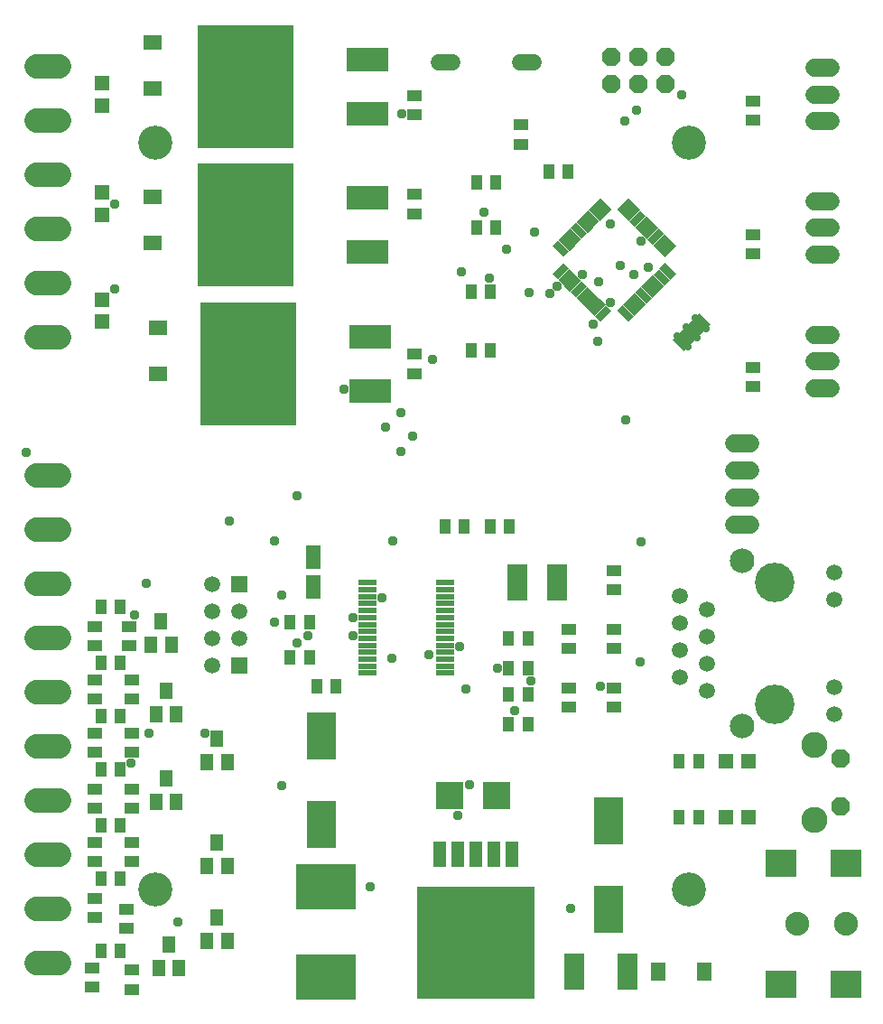
<source format=gbr>
G04 EAGLE Gerber RS-274X export*
G75*
%MOMM*%
%FSLAX34Y34*%
%LPD*%
%INSoldermask Top*%
%IPPOS*%
%AMOC8*
5,1,8,0,0,1.08239X$1,22.5*%
G01*
%ADD10C,3.203200*%
%ADD11R,1.403200X1.403200*%
%ADD12R,1.473200X1.673200*%
%ADD13R,1.003200X1.403200*%
%ADD14R,1.983200X3.403200*%
%ADD15R,3.003200X2.603200*%
%ADD16C,2.235200*%
%ADD17R,1.403200X1.003200*%
%ADD18R,1.673200X1.473200*%
%ADD19R,4.013200X2.286000*%
%ADD20R,9.093200X11.633200*%
%ADD21R,1.511200X1.511200*%
%ADD22C,1.511200*%
%ADD23C,2.298700*%
%ADD24R,1.703200X0.603200*%
%ADD25R,1.903200X3.503200*%
%ADD26R,1.403200X2.203200*%
%ADD27C,2.303200*%
%ADD28C,3.703200*%
%ADD29C,1.727200*%
%ADD30R,1.473200X0.762000*%
%ADD31R,0.762000X1.473200*%
%ADD32C,0.653200*%
%ADD33R,3.495041X1.534159*%
%ADD34R,2.703200X4.503200*%
%ADD35R,5.703200X4.203200*%
%ADD36R,11.003200X10.613200*%
%ADD37R,1.270000X2.362200*%
%ADD38R,2.603200X2.603200*%
%ADD39P,1.869504X8X112.500000*%
%ADD40C,2.451100*%
%ADD41P,1.852186X8X22.500000*%
%ADD42R,1.203200X1.603200*%
%ADD43C,1.524000*%
%ADD44C,0.959600*%


D10*
X172500Y832500D03*
X672500Y832500D03*
X172500Y132500D03*
X672500Y132500D03*
D11*
X728000Y200000D03*
X707000Y200000D03*
D12*
X686500Y55000D03*
X643500Y55000D03*
D13*
X681500Y200000D03*
X663500Y200000D03*
D14*
X614900Y55000D03*
X565100Y55000D03*
D15*
X820000Y43000D03*
X820000Y157000D03*
X759000Y43000D03*
X759000Y157000D03*
D16*
X820000Y100000D03*
X774280Y100000D03*
D17*
X415000Y876500D03*
X415000Y858500D03*
D18*
X170000Y883500D03*
X170000Y926500D03*
D19*
X371400Y859600D03*
X371400Y910400D03*
D20*
X257100Y885000D03*
D17*
X732500Y621500D03*
X732500Y603500D03*
X732500Y746500D03*
X732500Y728500D03*
X415000Y784000D03*
X415000Y766000D03*
D18*
X170000Y738500D03*
X170000Y781500D03*
D19*
X371400Y729600D03*
X371400Y780400D03*
D20*
X257100Y755000D03*
D21*
X251125Y418250D03*
X251125Y342050D03*
D22*
X251125Y392850D03*
X251125Y367450D03*
X225725Y367450D03*
X225725Y392850D03*
X225725Y418250D03*
X225725Y342050D03*
D23*
X81278Y904500D02*
X60323Y904500D01*
X60323Y853700D02*
X81278Y853700D01*
X81278Y650500D02*
X60323Y650500D01*
X60323Y802900D02*
X81278Y802900D01*
X81278Y752100D02*
X60323Y752100D01*
X60323Y701300D02*
X81278Y701300D01*
D17*
X415000Y634000D03*
X415000Y616000D03*
D18*
X175000Y616000D03*
X175000Y659000D03*
D19*
X373900Y599600D03*
X373900Y650400D03*
D20*
X259600Y625000D03*
D17*
X732500Y871500D03*
X732500Y853500D03*
X115000Y361000D03*
X115000Y379000D03*
X115000Y311000D03*
X115000Y329000D03*
X115000Y261000D03*
X115000Y279000D03*
D24*
X371250Y419750D03*
X371250Y413250D03*
X371250Y406750D03*
X371250Y400250D03*
X371250Y393750D03*
X371250Y387250D03*
X371250Y380750D03*
X371250Y374250D03*
X371250Y367750D03*
X371250Y361250D03*
X371250Y354750D03*
X371250Y348250D03*
X371250Y341750D03*
X371250Y335250D03*
X443750Y335250D03*
X443750Y341750D03*
X443750Y348250D03*
X443750Y354750D03*
X443750Y361250D03*
X443750Y367750D03*
X443750Y374250D03*
X443750Y380750D03*
X443750Y387250D03*
X443750Y393750D03*
X443750Y400250D03*
X443750Y406750D03*
X443750Y413250D03*
X443750Y419750D03*
D13*
X316500Y350000D03*
X298500Y350000D03*
X316500Y382500D03*
X298500Y382500D03*
X341500Y322500D03*
X323500Y322500D03*
D25*
X511500Y420000D03*
X548500Y420000D03*
D13*
X503500Y340000D03*
X521500Y340000D03*
X503500Y367500D03*
X521500Y367500D03*
D17*
X560000Y358500D03*
X560000Y376500D03*
X602500Y358500D03*
X602500Y376500D03*
X602500Y303500D03*
X602500Y321500D03*
X560000Y303500D03*
X560000Y321500D03*
D13*
X521500Y315000D03*
X503500Y315000D03*
D17*
X602500Y431500D03*
X602500Y413500D03*
D13*
X521500Y287500D03*
X503500Y287500D03*
D26*
X320000Y444000D03*
X320000Y416000D03*
D13*
X504000Y472500D03*
X486000Y472500D03*
X461500Y472500D03*
X443500Y472500D03*
D27*
X722700Y285750D03*
X722700Y440650D03*
D22*
X808400Y429450D03*
X808400Y404050D03*
X808400Y322350D03*
X808400Y296950D03*
X664300Y407600D03*
X664300Y382200D03*
X664300Y356800D03*
X664300Y331400D03*
X689700Y395000D03*
X689700Y369600D03*
X689700Y344200D03*
X689700Y318800D03*
D28*
X753000Y306200D03*
X753000Y420200D03*
D29*
X730120Y550600D02*
X714880Y550600D01*
X714880Y525200D02*
X730120Y525200D01*
X730120Y499800D02*
X714880Y499800D01*
X714880Y474400D02*
X730120Y474400D01*
D17*
X515000Y831000D03*
X515000Y849000D03*
D13*
X473500Y795000D03*
X491500Y795000D03*
X473500Y752500D03*
X491500Y752500D03*
X663500Y252500D03*
X681500Y252500D03*
D11*
X728000Y252500D03*
X707000Y252500D03*
D30*
G36*
X610540Y680250D02*
X620956Y669834D01*
X615568Y664446D01*
X605152Y674862D01*
X610540Y680250D01*
G37*
G36*
X616197Y685907D02*
X626613Y675491D01*
X621225Y670103D01*
X610809Y680519D01*
X616197Y685907D01*
G37*
G36*
X621854Y691563D02*
X632270Y681147D01*
X626882Y675759D01*
X616466Y686175D01*
X621854Y691563D01*
G37*
G36*
X627511Y697220D02*
X637927Y686804D01*
X632539Y681416D01*
X622123Y691832D01*
X627511Y697220D01*
G37*
G36*
X633168Y702877D02*
X643584Y692461D01*
X638196Y687073D01*
X627780Y697489D01*
X633168Y702877D01*
G37*
G36*
X638825Y708534D02*
X649241Y698118D01*
X643853Y692730D01*
X633437Y703146D01*
X638825Y708534D01*
G37*
G36*
X644481Y714191D02*
X654897Y703775D01*
X649509Y698387D01*
X639093Y708803D01*
X644481Y714191D01*
G37*
G36*
X650138Y719848D02*
X660554Y709432D01*
X655166Y704044D01*
X644750Y714460D01*
X650138Y719848D01*
G37*
D31*
G36*
X655166Y740956D02*
X660554Y735568D01*
X650138Y725152D01*
X644750Y730540D01*
X655166Y740956D01*
G37*
G36*
X649509Y746613D02*
X654897Y741225D01*
X644481Y730809D01*
X639093Y736197D01*
X649509Y746613D01*
G37*
G36*
X643853Y752270D02*
X649241Y746882D01*
X638825Y736466D01*
X633437Y741854D01*
X643853Y752270D01*
G37*
G36*
X638196Y757927D02*
X643584Y752539D01*
X633168Y742123D01*
X627780Y747511D01*
X638196Y757927D01*
G37*
G36*
X632539Y763584D02*
X637927Y758196D01*
X627511Y747780D01*
X622123Y753168D01*
X632539Y763584D01*
G37*
G36*
X626882Y769241D02*
X632270Y763853D01*
X621854Y753437D01*
X616466Y758825D01*
X626882Y769241D01*
G37*
G36*
X621225Y774897D02*
X626613Y769509D01*
X616197Y759093D01*
X610809Y764481D01*
X621225Y774897D01*
G37*
G36*
X615568Y780554D02*
X620956Y775166D01*
X610540Y764750D01*
X605152Y770138D01*
X615568Y780554D01*
G37*
D30*
G36*
X589432Y780554D02*
X599848Y770138D01*
X594460Y764750D01*
X584044Y775166D01*
X589432Y780554D01*
G37*
G36*
X583775Y774897D02*
X594191Y764481D01*
X588803Y759093D01*
X578387Y769509D01*
X583775Y774897D01*
G37*
G36*
X578118Y769241D02*
X588534Y758825D01*
X583146Y753437D01*
X572730Y763853D01*
X578118Y769241D01*
G37*
G36*
X572461Y763584D02*
X582877Y753168D01*
X577489Y747780D01*
X567073Y758196D01*
X572461Y763584D01*
G37*
G36*
X566804Y757927D02*
X577220Y747511D01*
X571832Y742123D01*
X561416Y752539D01*
X566804Y757927D01*
G37*
G36*
X561147Y752270D02*
X571563Y741854D01*
X566175Y736466D01*
X555759Y746882D01*
X561147Y752270D01*
G37*
G36*
X555491Y746613D02*
X565907Y736197D01*
X560519Y730809D01*
X550103Y741225D01*
X555491Y746613D01*
G37*
G36*
X549834Y740956D02*
X560250Y730540D01*
X554862Y725152D01*
X544446Y735568D01*
X549834Y740956D01*
G37*
D31*
G36*
X554862Y719848D02*
X560250Y714460D01*
X549834Y704044D01*
X544446Y709432D01*
X554862Y719848D01*
G37*
G36*
X560519Y714191D02*
X565907Y708803D01*
X555491Y698387D01*
X550103Y703775D01*
X560519Y714191D01*
G37*
G36*
X566175Y708534D02*
X571563Y703146D01*
X561147Y692730D01*
X555759Y698118D01*
X566175Y708534D01*
G37*
G36*
X571832Y702877D02*
X577220Y697489D01*
X566804Y687073D01*
X561416Y692461D01*
X571832Y702877D01*
G37*
G36*
X577489Y697220D02*
X582877Y691832D01*
X572461Y681416D01*
X567073Y686804D01*
X577489Y697220D01*
G37*
G36*
X583146Y691563D02*
X588534Y686175D01*
X578118Y675759D01*
X572730Y681147D01*
X583146Y691563D01*
G37*
G36*
X588803Y685907D02*
X594191Y680519D01*
X583775Y670103D01*
X578387Y675491D01*
X588803Y685907D01*
G37*
G36*
X594460Y680250D02*
X599848Y674862D01*
X589432Y664446D01*
X584044Y669834D01*
X594460Y680250D01*
G37*
D13*
X559000Y805000D03*
X541000Y805000D03*
X486500Y692500D03*
X468500Y692500D03*
D32*
X661371Y651659D02*
X671659Y641371D01*
X680144Y649856D02*
X669856Y660144D01*
X678341Y668629D02*
X688629Y658341D01*
D33*
G36*
X692780Y661896D02*
X668068Y637184D01*
X657220Y648032D01*
X681932Y672744D01*
X692780Y661896D01*
G37*
D13*
X486500Y637500D03*
X468500Y637500D03*
D34*
X327500Y193500D03*
X327500Y276500D03*
X597500Y113500D03*
X597500Y196500D03*
D35*
X332500Y135000D03*
X332500Y50000D03*
D36*
X472500Y82100D03*
D37*
X506536Y165412D03*
X489518Y165412D03*
X472500Y165412D03*
X455482Y165412D03*
X438464Y165412D03*
D38*
X492000Y220000D03*
X448000Y220000D03*
D39*
X814946Y209894D03*
X814946Y255106D03*
D40*
X790054Y197448D03*
X790054Y267552D03*
D29*
X789880Y652500D02*
X805120Y652500D01*
X805120Y627500D02*
X789880Y627500D01*
X789880Y602500D02*
X805120Y602500D01*
X805120Y777500D02*
X789880Y777500D01*
X789880Y752500D02*
X805120Y752500D01*
X805120Y727500D02*
X789880Y727500D01*
X789880Y902500D02*
X805120Y902500D01*
X805120Y877500D02*
X789880Y877500D01*
X789880Y852500D02*
X805120Y852500D01*
D23*
X81278Y521100D02*
X60323Y521100D01*
X60323Y470300D02*
X81278Y470300D01*
X81278Y63900D02*
X60323Y63900D01*
X60323Y419500D02*
X81278Y419500D01*
X81278Y368700D02*
X60323Y368700D01*
X60323Y114700D02*
X81278Y114700D01*
X81278Y317900D02*
X60323Y317900D01*
X60323Y267100D02*
X81278Y267100D01*
X81278Y165500D02*
X60323Y165500D01*
X60323Y216300D02*
X81278Y216300D01*
D17*
X115000Y208500D03*
X115000Y226500D03*
X115000Y158500D03*
X115000Y176500D03*
X115000Y106000D03*
X115000Y124000D03*
X112500Y41000D03*
X112500Y59000D03*
D41*
X599600Y887300D03*
X599600Y912700D03*
X625000Y887300D03*
X625000Y912700D03*
X650400Y887300D03*
X650400Y912700D03*
D11*
X122500Y685500D03*
X122500Y664500D03*
X122500Y888000D03*
X122500Y867000D03*
X122500Y785500D03*
X122500Y764500D03*
D13*
X139000Y397500D03*
X121000Y397500D03*
D17*
X147500Y379000D03*
X147500Y361000D03*
D42*
X177500Y383500D03*
X187000Y361500D03*
X168000Y361500D03*
D13*
X139000Y345000D03*
X121000Y345000D03*
D17*
X150000Y329000D03*
X150000Y311000D03*
D42*
X182500Y318500D03*
X192000Y296500D03*
X173000Y296500D03*
D13*
X139000Y295000D03*
X121000Y295000D03*
D17*
X150000Y279000D03*
X150000Y261000D03*
D42*
X230000Y273500D03*
X239500Y251500D03*
X220500Y251500D03*
D13*
X139000Y245000D03*
X121000Y245000D03*
D17*
X150000Y226500D03*
X150000Y208500D03*
D42*
X182500Y236000D03*
X192000Y214000D03*
X173000Y214000D03*
D13*
X139000Y192500D03*
X121000Y192500D03*
D17*
X150000Y176500D03*
X150000Y158500D03*
D42*
X230000Y176000D03*
X239500Y154000D03*
X220500Y154000D03*
D13*
X139000Y142500D03*
X121000Y142500D03*
D17*
X145000Y114000D03*
X145000Y96000D03*
D42*
X230000Y106000D03*
X239500Y84000D03*
X220500Y84000D03*
D13*
X139000Y75000D03*
X121000Y75000D03*
D17*
X150000Y56500D03*
X150000Y38500D03*
D42*
X185000Y81000D03*
X194500Y59000D03*
X175500Y59000D03*
D43*
X513996Y907500D02*
X527204Y907500D01*
X451004Y907500D02*
X437796Y907500D01*
D44*
X290843Y229613D03*
X509230Y300027D03*
X492902Y339827D03*
X133686Y774560D03*
X133686Y694961D03*
X466369Y230633D03*
X623526Y863343D03*
X357175Y386770D03*
X387790Y565357D03*
X349011Y601075D03*
X501066Y732719D03*
X241859Y477594D03*
X582706Y662305D03*
X384729Y406159D03*
X586788Y645977D03*
X394934Y459225D03*
X283699Y459225D03*
X599034Y682715D03*
X413303Y557193D03*
X634751Y715371D03*
X620464Y709248D03*
X572501Y709248D03*
X431672Y629649D03*
X665366Y877630D03*
X613321Y572501D03*
X612300Y853138D03*
X402077Y542906D03*
X402077Y579644D03*
X459225Y711289D03*
X315335Y370442D03*
X357175Y370442D03*
X599034Y756191D03*
X290843Y408200D03*
X627608Y739863D03*
X403098Y859261D03*
X549029Y698022D03*
X305130Y501066D03*
X166342Y278597D03*
X218387Y278597D03*
X283699Y382688D03*
X163280Y419426D03*
X457184Y360237D03*
X428610Y352073D03*
X456164Y202059D03*
X373503Y134706D03*
X561275Y114296D03*
X305130Y363298D03*
X627608Y458205D03*
X524537Y327581D03*
X626587Y345950D03*
X393913Y349011D03*
X589849Y322478D03*
X463307Y320437D03*
X587808Y702104D03*
X522496Y691899D03*
X541886Y690879D03*
X153075Y389831D03*
X148993Y251043D03*
X480656Y767416D03*
X51025Y541886D03*
X527599Y749047D03*
X192875Y102050D03*
X608218Y717412D03*
X485758Y705166D03*
M02*

</source>
